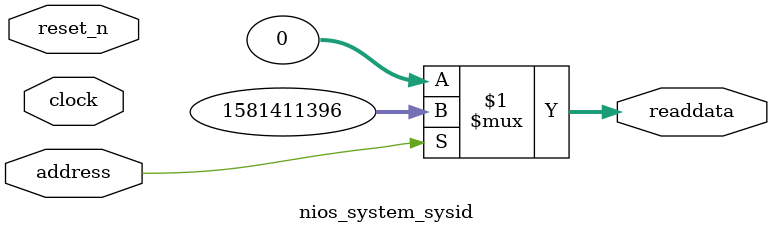
<source format=v>

`timescale 1ns / 1ps
// synthesis translate_on

// turn off superfluous verilog processor warnings 
// altera message_level Level1 
// altera message_off 10034 10035 10036 10037 10230 10240 10030 

module nios_system_sysid (
               // inputs:
                address,
                clock,
                reset_n,

               // outputs:
                readdata
             )
;

  output  [ 31: 0] readdata;
  input            address;
  input            clock;
  input            reset_n;

  wire    [ 31: 0] readdata;
  //control_slave, which is an e_avalon_slave
  assign readdata = address ? 1581411396 : 0;

endmodule




</source>
